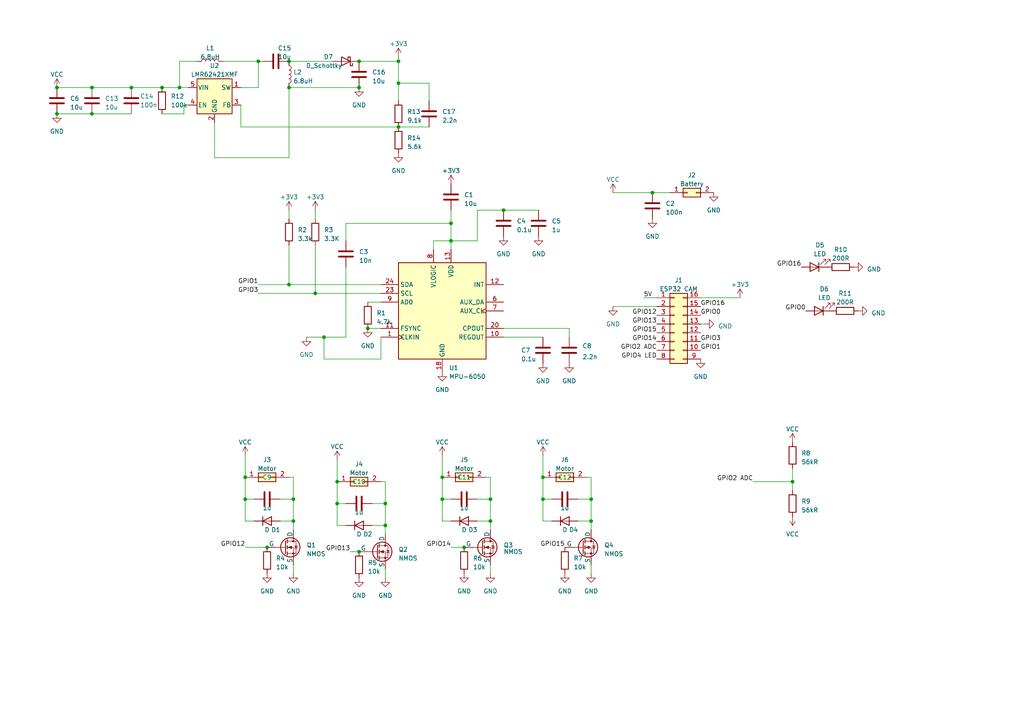
<source format=kicad_sch>
(kicad_sch (version 20230121) (generator eeschema)
  (paper "A4")
  (lib_symbols
    (symbol "Connector_Generic:Conn_02x01" (pin_names (offset 1.016) hide)
      (property "Reference" "J" (at 1.27 2.54 0))
      (property "Value" "Conn_02x01" (at 1.27 -2.54 0))
      (symbol "Conn_02x01_1_1"
        (rectangle (start -1.27 0.127) (end 0 -0.127) (stroke (width 0.1524)))
        (rectangle (start -1.27 1.27) (end 3.81 -1.27) (stroke (width 0.254)) (fill (type background)))
        (rectangle (start 3.81 0.127) (end 2.54 -0.127) (stroke (width 0.1524)))
        (pin passive line (at -5.08 0 0) (length 3.81) (name "Pin_1") (number "1"))
        (pin passive line (at 7.62 0 180) (length 3.81) (name "Pin_2") (number "2"))
      )
    )
    (symbol "Connector_Generic:Conn_02x08_Counter_Clockwise" (pin_names (offset 1.016) hide)
      (property "Reference" "J" (at 1.27 10.16 0))
      (property "Value" "Conn_02x08_Counter_Clockwise" (at 1.27 -12.7 0))
      (symbol "Conn_02x08_Counter_Clockwise_1_1"
        (rectangle (start -1.27 -10.033) (end 0 -10.287) (stroke (width 0.1524)))
        (rectangle (start -1.27 -7.493) (end 0 -7.747) (stroke (width 0.1524)))
        (rectangle (start -1.27 -4.953) (end 0 -5.207) (stroke (width 0.1524)))
        (rectangle (start -1.27 -2.413) (end 0 -2.667) (stroke (width 0.1524)))
        (rectangle (start -1.27 0.127) (end 0 -0.127) (stroke (width 0.1524)))
        (rectangle (start -1.27 2.667) (end 0 2.413) (stroke (width 0.1524)))
        (rectangle (start -1.27 5.207) (end 0 4.953) (stroke (width 0.1524)))
        (rectangle (start -1.27 7.747) (end 0 7.493) (stroke (width 0.1524)))
        (rectangle (start -1.27 8.89) (end 3.81 -11.43) (stroke (width 0.254)) (fill (type background)))
        (rectangle (start 3.81 -10.033) (end 2.54 -10.287) (stroke (width 0.1524)))
        (rectangle (start 3.81 -7.493) (end 2.54 -7.747) (stroke (width 0.1524)))
        (rectangle (start 3.81 -4.953) (end 2.54 -5.207) (stroke (width 0.1524)))
        (rectangle (start 3.81 -2.413) (end 2.54 -2.667) (stroke (width 0.1524)))
        (rectangle (start 3.81 0.127) (end 2.54 -0.127) (stroke (width 0.1524)))
        (rectangle (start 3.81 2.667) (end 2.54 2.413) (stroke (width 0.1524)))
        (rectangle (start 3.81 5.207) (end 2.54 4.953) (stroke (width 0.1524)))
        (rectangle (start 3.81 7.747) (end 2.54 7.493) (stroke (width 0.1524)))
        (pin passive line (at -5.08 7.62 0) (length 3.81) (name "Pin_1") (number "1"))
        (pin passive line (at 7.62 -7.62 180) (length 3.81) (name "Pin_10") (number "10"))
        (pin passive line (at 7.62 -5.08 180) (length 3.81) (name "Pin_11") (number "11"))
        (pin passive line (at 7.62 -2.54 180) (length 3.81) (name "Pin_12") (number "12"))
        (pin passive line (at 7.62 0 180) (length 3.81) (name "Pin_13") (number "13"))
        (pin passive line (at 7.62 2.54 180) (length 3.81) (name "Pin_14") (number "14"))
        (pin passive line (at 7.62 5.08 180) (length 3.81) (name "Pin_15") (number "15"))
        (pin passive line (at 7.62 7.62 180) (length 3.81) (name "Pin_16") (number "16"))
        (pin passive line (at -5.08 5.08 0) (length 3.81) (name "Pin_2") (number "2"))
        (pin passive line (at -5.08 2.54 0) (length 3.81) (name "Pin_3") (number "3"))
        (pin passive line (at -5.08 0 0) (length 3.81) (name "Pin_4") (number "4"))
        (pin passive line (at -5.08 -2.54 0) (length 3.81) (name "Pin_5") (number "5"))
        (pin passive line (at -5.08 -5.08 0) (length 3.81) (name "Pin_6") (number "6"))
        (pin passive line (at -5.08 -7.62 0) (length 3.81) (name "Pin_7") (number "7"))
        (pin passive line (at -5.08 -10.16 0) (length 3.81) (name "Pin_8") (number "8"))
        (pin passive line (at 7.62 -10.16 180) (length 3.81) (name "Pin_9") (number "9"))
      )
    )
    (symbol "Device:C" (pin_numbers hide) (pin_names (offset 0.254))
      (property "Reference" "C" (at 0.635 2.54 0))
      (property "Value" "C" (at 0.635 -2.54 0))
      (symbol "C_0_1"
        (polyline (pts (xy -2.032 -0.762) (xy 2.032 -0.762)) (stroke (width 0.508)))
        (polyline (pts (xy -2.032 0.762) (xy 2.032 0.762)) (stroke (width 0.508)))
      )
      (symbol "C_1_1"
        (pin passive line (at 0 3.81 270) (length 2.794) (name "~") (number "1"))
        (pin passive line (at 0 -3.81 90) (length 2.794) (name "~") (number "2"))
      )
    )
    (symbol "Device:D" (pin_numbers hide) (pin_names (offset 1.016) hide)
      (property "Reference" "D" (at 0 2.54 0))
      (property "Value" "D" (at 0 -2.54 0))
      (symbol "D_0_1"
        (polyline (pts (xy -1.27 1.27) (xy -1.27 -1.27)) (stroke (width 0.254)))
        (polyline (pts (xy 1.27 0) (xy -1.27 0)))
        (polyline (pts (xy 1.27 1.27) (xy 1.27 -1.27) (xy -1.27 0) (xy 1.27 1.27)) (stroke (width 0.254)))
      )
      (symbol "D_1_1"
        (pin passive line (at -3.81 0 0) (length 2.54) (name "K") (number "1"))
        (pin passive line (at 3.81 0 180) (length 2.54) (name "A") (number "2"))
      )
    )
    (symbol "Device:D_Schottky" (pin_numbers hide) (pin_names (offset 1.016) hide)
      (property "Reference" "D" (at 0 2.54 0))
      (property "Value" "D_Schottky" (at 0 -2.54 0))
      (symbol "D_Schottky_0_1"
        (polyline (pts (xy 1.27 0) (xy -1.27 0)))
        (polyline (pts (xy 1.27 1.27) (xy 1.27 -1.27) (xy -1.27 0) (xy 1.27 1.27)) (stroke (width 0.254)))
        (polyline (pts (xy -1.905 0.635) (xy -1.905 1.27) (xy -1.27 1.27) (xy -1.27 -1.27) (xy -0.635 -1.27) (xy -0.635 -0.635)) (stroke (width 0.254)))
      )
      (symbol "D_Schottky_1_1"
        (pin passive line (at -3.81 0 0) (length 2.54) (name "K") (number "1"))
        (pin passive line (at 3.81 0 180) (length 2.54) (name "A") (number "2"))
      )
    )
    (symbol "Device:L" (pin_numbers hide) (pin_names (offset 1.016) hide)
      (property "Reference" "L" (at -1.27 0 90))
      (property "Value" "L" (at 1.905 0 90))
      (symbol "L_0_1"
        (arc (start 0 -2.54) (mid 0.6323 -1.905) (end 0 -1.27))
        (arc (start 0 -1.27) (mid 0.6323 -0.635) (end 0 0))
        (arc (start 0 0) (mid 0.6323 0.635) (end 0 1.27))
        (arc (start 0 1.27) (mid 0.6323 1.905) (end 0 2.54))
      )
      (symbol "L_1_1"
        (pin passive line (at 0 3.81 270) (length 1.27) (name "1") (number "1"))
        (pin passive line (at 0 -3.81 90) (length 1.27) (name "2") (number "2"))
      )
    )
    (symbol "Device:LED" (pin_numbers hide) (pin_names (offset 1.016) hide)
      (property "Reference" "D" (at 0 2.54 0))
      (property "Value" "LED" (at 0 -2.54 0))
      (symbol "LED_0_1"
        (polyline (pts (xy -1.27 -1.27) (xy -1.27 1.27)) (stroke (width 0.254)))
        (polyline (pts (xy -1.27 0) (xy 1.27 0)))
        (polyline (pts (xy 1.27 -1.27) (xy 1.27 1.27) (xy -1.27 0) (xy 1.27 -1.27)) (stroke (width 0.254)))
        (polyline (pts (xy -3.048 -0.762) (xy -4.572 -2.286) (xy -3.81 -2.286) (xy -4.572 -2.286) (xy -4.572 -1.524)))
        (polyline (pts (xy -1.778 -0.762) (xy -3.302 -2.286) (xy -2.54 -2.286) (xy -3.302 -2.286) (xy -3.302 -1.524)))
      )
      (symbol "LED_1_1"
        (pin passive line (at -3.81 0 0) (length 2.54) (name "K") (number "1"))
        (pin passive line (at 3.81 0 180) (length 2.54) (name "A") (number "2"))
      )
    )
    (symbol "Device:R" (pin_numbers hide) (pin_names (offset 0))
      (property "Reference" "R" (at 2.032 0 90))
      (property "Value" "R" (at 0 0 90))
      (symbol "R_0_1"
        (rectangle (start -1.016 -2.54) (end 1.016 2.54) (stroke (width 0.254)))
      )
      (symbol "R_1_1"
        (pin passive line (at 0 3.81 270) (length 1.27) (name "~") (number "1"))
        (pin passive line (at 0 -3.81 90) (length 1.27) (name "~") (number "2"))
      )
    )
    (symbol "Regulator_Switching:LMR62421XMF" (pin_names (offset 0.254))
      (property "Reference" "U" (at -5.08 6.35 0))
      (property "Value" "LMR62421XMF" (at 0 6.35 0))
      (symbol "LMR62421XMF_0_1"
        (rectangle (start -5.08 5.08) (end 5.08 -5.08) (stroke (width 0.254)) (fill (type background)))
      )
      (symbol "LMR62421XMF_1_1"
        (pin output line (at 7.62 2.54 180) (length 2.54) (name "SW") (number "1"))
        (pin power_in line (at 0 -7.62 90) (length 2.54) (name "GND") (number "2"))
        (pin input line (at 7.62 -2.54 180) (length 2.54) (name "FB") (number "3"))
        (pin input line (at -7.62 -2.54 0) (length 2.54) (name "EN") (number "4"))
        (pin input line (at -7.62 2.54 0) (length 2.54) (name "VIN") (number "5"))
      )
    )
    (symbol "Sensor_Motion:MPU-6050"
      (property "Reference" "U" (at -11.43 13.97 0))
      (property "Value" "MPU-6050" (at 7.62 -15.24 0))
      (symbol "MPU-6050_0_0"
        (text "" (at 12.7 -2.54 0) (effects (font (size 1.27 1.27))))
      )
      (symbol "MPU-6050_0_1"
        (rectangle (start -12.7 13.97) (end 12.7 -13.97) (stroke (width 0.254)) (fill (type background)))
      )
      (symbol "MPU-6050_1_1"
        (pin input clock (at -17.78 -7.62 0) (length 5.08) (name "CLKIN") (number "1"))
        (pin passive line (at 17.78 -7.62 180) (length 5.08) (name "REGOUT") (number "10"))
        (pin input line (at -17.78 -5.08 0) (length 5.08) (name "FSYNC") (number "11"))
        (pin output line (at 17.78 7.62 180) (length 5.08) (name "INT") (number "12"))
        (pin power_in line (at 2.54 17.78 270) (length 3.81) (name "VDD") (number "13"))
        (pin no_connect line (at -12.7 -10.16 0) (length 2.54) hide (name "NC") (number "14"))
        (pin no_connect line (at 12.7 12.7 180) (length 2.54) hide (name "NC") (number "15"))
        (pin no_connect line (at 12.7 10.16 180) (length 2.54) hide (name "NC") (number "16"))
        (pin no_connect line (at 12.7 5.08 180) (length 2.54) hide (name "NC") (number "17"))
        (pin power_in line (at 0 -17.78 90) (length 3.81) (name "GND") (number "18"))
        (pin no_connect line (at 12.7 -10.16 180) (length 2.54) hide (name "RESV") (number "19"))
        (pin no_connect line (at -12.7 12.7 0) (length 2.54) hide (name "NC") (number "2"))
        (pin passive line (at 17.78 -5.08 180) (length 5.08) (name "CPOUT") (number "20"))
        (pin no_connect line (at 12.7 -2.54 180) (length 2.54) hide (name "RESV") (number "21"))
        (pin no_connect line (at 12.7 -12.7 180) (length 2.54) hide (name "RESV") (number "22"))
        (pin input line (at -17.78 5.08 0) (length 5.08) (name "SCL") (number "23"))
        (pin bidirectional line (at -17.78 7.62 0) (length 5.08) (name "SDA") (number "24"))
        (pin no_connect line (at -12.7 10.16 0) (length 2.54) hide (name "NC") (number "3"))
        (pin no_connect line (at -12.7 0 0) (length 2.54) hide (name "NC") (number "4"))
        (pin no_connect line (at -12.7 -2.54 0) (length 2.54) hide (name "NC") (number "5"))
        (pin bidirectional line (at 17.78 2.54 180) (length 5.08) (name "AUX_DA") (number "6"))
        (pin output clock (at 17.78 0 180) (length 5.08) (name "AUX_CL") (number "7"))
        (pin power_in line (at -2.54 17.78 270) (length 3.81) (name "VLOGIC") (number "8"))
        (pin input line (at -17.78 2.54 0) (length 5.08) (name "AD0") (number "9"))
      )
    )
    (symbol "Simulation_SPICE:NMOS" (pin_numbers hide) (pin_names (offset 0))
      (property "Reference" "Q" (at 5.08 1.27 0))
      (property "Value" "NMOS" (at 5.08 -1.27 0))
      (symbol "NMOS_0_1"
        (polyline (pts (xy 0.254 0) (xy -2.54 0)))
        (polyline (pts (xy 0.254 1.905) (xy 0.254 -1.905)) (stroke (width 0.254)))
        (polyline (pts (xy 0.762 -1.27) (xy 0.762 -2.286)) (stroke (width 0.254)))
        (polyline (pts (xy 0.762 0.508) (xy 0.762 -0.508)) (stroke (width 0.254)))
        (polyline (pts (xy 0.762 2.286) (xy 0.762 1.27)) (stroke (width 0.254)))
        (polyline (pts (xy 2.54 2.54) (xy 2.54 1.778)))
        (polyline (pts (xy 2.54 -2.54) (xy 2.54 0) (xy 0.762 0)))
        (polyline (pts (xy 0.762 -1.778) (xy 3.302 -1.778) (xy 3.302 1.778) (xy 0.762 1.778)))
        (polyline (pts (xy 1.016 0) (xy 2.032 0.381) (xy 2.032 -0.381) (xy 1.016 0)) (fill (type outline)))
        (polyline (pts (xy 2.794 0.508) (xy 2.921 0.381) (xy 3.683 0.381) (xy 3.81 0.254)))
        (polyline (pts (xy 3.302 0.381) (xy 2.921 -0.254) (xy 3.683 -0.254) (xy 3.302 0.381)))
        (circle (center 1.651 0) (radius 2.794) (stroke (width 0.254)))
        (circle (center 2.54 -1.778) (radius 0.254) (fill (type outline)))
        (circle (center 2.54 1.778) (radius 0.254) (fill (type outline)))
      )
      (symbol "NMOS_1_1"
        (pin passive line (at 2.54 5.08 270) (length 2.54) (name "D") (number "1"))
        (pin input line (at -5.08 0 0) (length 2.54) (name "G") (number "2"))
        (pin passive line (at 2.54 -5.08 90) (length 2.54) (name "S") (number "3"))
      )
    )
    (symbol "power:+3V3" (power) (pin_names (offset 0))
      (property "Value" "+3V3" (at 0 3.556 0))
      (symbol "+3V3_0_1"
        (polyline (pts (xy -0.762 1.27) (xy 0 2.54)))
        (polyline (pts (xy 0 0) (xy 0 2.54)))
        (polyline (pts (xy 0 2.54) (xy 0.762 1.27)))
      )
      (symbol "+3V3_1_1"
        (pin power_in line (at 0 0 90) (length 0) hide (name "+3V3") (number "1"))
      )
    )
    (symbol "power:GND" (power) (pin_names (offset 0))
      (property "Value" "GND" (at 0 -3.81 0))
      (symbol "GND_0_1"
        (polyline (pts (xy 0 0) (xy 0 -1.27) (xy 1.27 -1.27) (xy 0 -2.54) (xy -1.27 -1.27) (xy 0 -1.27)))
      )
      (symbol "GND_1_1"
        (pin power_in line (at 0 0 270) (length 0) hide (name "GND") (number "1"))
      )
    )
    (symbol "power:VCC" (power) (pin_names (offset 0))
      (property "Value" "VCC" (at 0 3.81 0))
      (symbol "VCC_0_1"
        (polyline (pts (xy -0.762 1.27) (xy 0 2.54)))
        (polyline (pts (xy 0 0) (xy 0 2.54)))
        (polyline (pts (xy 0 2.54) (xy 0.762 1.27)))
      )
      (symbol "VCC_1_1"
        (pin power_in line (at 0 0 90) (length 0) hide (name "VCC") (number "1"))
      )
    )
  )
  (junction (at 189.23 55.88))
  (junction (at 71.12 144.78))
  (junction (at 115.57 24.13))
  (junction (at 91.44 85.09))
  (junction (at 46.99 25.4))
  (junction (at 83.82 25.4))
  (junction (at 157.48 138.43))
  (junction (at 146.05 60.96))
  (junction (at 142.24 144.78))
  (junction (at 85.09 151.13))
  (junction (at 130.81 64.77))
  (junction (at 134.62 158.75))
  (junction (at 74.93 17.78))
  (junction (at 85.09 144.78))
  (junction (at 111.76 146.05))
  (junction (at 115.57 36.83))
  (junction (at 26.67 25.4))
  (junction (at 142.24 151.13))
  (junction (at 16.51 33.02))
  (junction (at 97.79 146.05))
  (junction (at 83.82 17.78))
  (junction (at 104.14 160.02))
  (junction (at 93.98 97.79))
  (junction (at 106.68 95.25))
  (junction (at 130.81 69.85))
  (junction (at 16.51 25.4))
  (junction (at 111.76 152.4))
  (junction (at 77.47 158.75))
  (junction (at 128.27 138.43))
  (junction (at 38.1 25.4))
  (junction (at 71.12 138.43))
  (junction (at 115.57 17.78))
  (junction (at 128.27 144.78))
  (junction (at 52.07 25.4))
  (junction (at 171.45 144.78))
  (junction (at 83.82 82.55))
  (junction (at 104.14 25.4))
  (junction (at 97.79 139.7))
  (junction (at 104.14 17.78))
  (junction (at 171.45 151.13))
  (junction (at 229.87 139.7))
  (junction (at 157.48 144.78))
  (junction (at 26.67 33.02))
  (wire (pts (xy 73.66 144.78) (xy 71.12 144.78)))
  (wire (pts (xy 189.23 55.88) (xy 194.31 55.88)))
  (wire (pts (xy 107.95 146.05) (xy 111.76 146.05)))
  (wire (pts (xy 83.82 82.55) (xy 110.49 82.55)))
  (wire (pts (xy 93.98 104.14) (xy 93.98 97.79)))
  (wire (pts (xy 57.15 17.78) (xy 52.07 17.78)))
  (wire (pts (xy 142.24 151.13) (xy 142.24 144.78)))
  (wire (pts (xy 160.02 151.13) (xy 157.48 151.13)))
  (wire (pts (xy 165.1 95.25) (xy 146.05 95.25)))
  (wire (pts (xy 111.76 146.05) (xy 111.76 139.7)))
  (wire (pts (xy 26.67 33.02) (xy 38.1 33.02)))
  (wire (pts (xy 125.73 72.39) (xy 125.73 69.85)))
  (wire (pts (xy 107.95 152.4) (xy 111.76 152.4)))
  (wire (pts (xy 97.79 146.05) (xy 97.79 139.7)))
  (wire (pts (xy 111.76 167.64) (xy 111.76 165.1)))
  (wire (pts (xy 16.51 33.02) (xy 26.67 33.02)))
  (wire (pts (xy 110.49 104.14) (xy 93.98 104.14)))
  (wire (pts (xy 71.12 151.13) (xy 71.12 144.78)))
  (wire (pts (xy 53.34 33.02) (xy 46.99 33.02)))
  (wire (pts (xy 171.45 153.67) (xy 171.45 151.13)))
  (wire (pts (xy 52.07 17.78) (xy 52.07 25.4)))
  (wire (pts (xy 138.43 144.78) (xy 142.24 144.78)))
  (wire (pts (xy 46.99 25.4) (xy 52.07 25.4)))
  (wire (pts (xy 214.63 86.36) (xy 203.2 86.36)))
  (wire (pts (xy 171.45 151.13) (xy 171.45 144.78)))
  (wire (pts (xy 100.33 146.05) (xy 97.79 146.05)))
  (wire (pts (xy 157.48 132.08) (xy 157.48 138.43)))
  (wire (pts (xy 186.69 86.36) (xy 190.5 86.36)))
  (wire (pts (xy 81.28 151.13) (xy 85.09 151.13)))
  (wire (pts (xy 229.87 135.89) (xy 229.87 139.7)))
  (wire (pts (xy 83.82 25.4) (xy 83.82 45.72)))
  (wire (pts (xy 111.76 154.94) (xy 111.76 152.4)))
  (wire (pts (xy 83.82 17.78) (xy 96.52 17.78)))
  (wire (pts (xy 74.93 82.55) (xy 83.82 82.55)))
  (wire (pts (xy 130.81 144.78) (xy 128.27 144.78)))
  (wire (pts (xy 111.76 139.7) (xy 110.49 139.7)))
  (wire (pts (xy 62.23 45.72) (xy 62.23 35.56)))
  (wire (pts (xy 100.33 97.79) (xy 93.98 97.79)))
  (wire (pts (xy 130.81 151.13) (xy 128.27 151.13)))
  (wire (pts (xy 100.33 77.47) (xy 100.33 97.79)))
  (wire (pts (xy 83.82 63.5) (xy 83.82 60.96)))
  (wire (pts (xy 85.09 166.37) (xy 85.09 163.83)))
  (wire (pts (xy 142.24 166.37) (xy 142.24 163.83)))
  (wire (pts (xy 115.57 17.78) (xy 115.57 24.13)))
  (wire (pts (xy 106.68 95.25) (xy 110.49 95.25)))
  (wire (pts (xy 171.45 144.78) (xy 171.45 138.43)))
  (wire (pts (xy 177.8 55.88) (xy 189.23 55.88)))
  (wire (pts (xy 218.44 139.7) (xy 229.87 139.7)))
  (wire (pts (xy 130.81 60.96) (xy 130.81 64.77)))
  (wire (pts (xy 91.44 60.96) (xy 91.44 63.5)))
  (wire (pts (xy 130.81 69.85) (xy 130.81 72.39)))
  (wire (pts (xy 110.49 104.14) (xy 110.49 97.79)))
  (wire (pts (xy 100.33 152.4) (xy 97.79 152.4)))
  (wire (pts (xy 26.67 25.4) (xy 38.1 25.4)))
  (wire (pts (xy 138.43 151.13) (xy 142.24 151.13)))
  (wire (pts (xy 97.79 133.35) (xy 97.79 139.7)))
  (wire (pts (xy 52.07 25.4) (xy 54.61 25.4)))
  (wire (pts (xy 171.45 138.43) (xy 170.18 138.43)))
  (wire (pts (xy 142.24 138.43) (xy 140.97 138.43)))
  (wire (pts (xy 115.57 36.83) (xy 69.85 36.83)))
  (wire (pts (xy 115.57 36.83) (xy 124.46 36.83)))
  (wire (pts (xy 106.68 87.63) (xy 110.49 87.63)))
  (wire (pts (xy 16.51 25.4) (xy 26.67 25.4)))
  (wire (pts (xy 97.79 152.4) (xy 97.79 146.05)))
  (wire (pts (xy 115.57 17.78) (xy 115.57 16.51)))
  (wire (pts (xy 69.85 36.83) (xy 69.85 30.48)))
  (wire (pts (xy 101.6 160.02) (xy 104.14 160.02)))
  (wire (pts (xy 74.93 17.78) (xy 74.93 25.4)))
  (wire (pts (xy 138.43 69.85) (xy 138.43 60.96)))
  (wire (pts (xy 83.82 71.12) (xy 83.82 82.55)))
  (wire (pts (xy 73.66 151.13) (xy 71.12 151.13)))
  (wire (pts (xy 69.85 25.4) (xy 74.93 25.4)))
  (wire (pts (xy 85.09 151.13) (xy 85.09 144.78)))
  (wire (pts (xy 128.27 151.13) (xy 128.27 144.78)))
  (wire (pts (xy 130.81 69.85) (xy 138.43 69.85)))
  (wire (pts (xy 54.61 30.48) (xy 53.34 30.48)))
  (wire (pts (xy 171.45 166.37) (xy 171.45 163.83)))
  (wire (pts (xy 71.12 132.08) (xy 71.12 138.43)))
  (wire (pts (xy 64.77 17.78) (xy 74.93 17.78)))
  (wire (pts (xy 74.93 85.09) (xy 91.44 85.09)))
  (wire (pts (xy 111.76 152.4) (xy 111.76 146.05)))
  (wire (pts (xy 157.48 151.13) (xy 157.48 144.78)))
  (wire (pts (xy 125.73 69.85) (xy 130.81 69.85)))
  (wire (pts (xy 165.1 97.79) (xy 165.1 95.25)))
  (wire (pts (xy 85.09 144.78) (xy 85.09 138.43)))
  (wire (pts (xy 160.02 144.78) (xy 157.48 144.78)))
  (wire (pts (xy 100.33 69.85) (xy 100.33 64.77)))
  (wire (pts (xy 53.34 30.48) (xy 53.34 33.02)))
  (wire (pts (xy 115.57 24.13) (xy 115.57 29.21)))
  (wire (pts (xy 229.87 142.24) (xy 229.87 139.7)))
  (wire (pts (xy 104.14 17.78) (xy 115.57 17.78)))
  (wire (pts (xy 130.81 64.77) (xy 130.81 69.85)))
  (wire (pts (xy 71.12 158.75) (xy 77.47 158.75)))
  (wire (pts (xy 83.82 45.72) (xy 62.23 45.72)))
  (wire (pts (xy 128.27 132.08) (xy 128.27 138.43)))
  (wire (pts (xy 146.05 60.96) (xy 156.21 60.96)))
  (wire (pts (xy 91.44 85.09) (xy 110.49 85.09)))
  (wire (pts (xy 85.09 153.67) (xy 85.09 151.13)))
  (wire (pts (xy 71.12 144.78) (xy 71.12 138.43)))
  (wire (pts (xy 167.64 144.78) (xy 171.45 144.78)))
  (wire (pts (xy 128.27 144.78) (xy 128.27 138.43)))
  (wire (pts (xy 124.46 24.13) (xy 124.46 29.21)))
  (wire (pts (xy 81.28 144.78) (xy 85.09 144.78)))
  (wire (pts (xy 83.82 25.4) (xy 104.14 25.4)))
  (wire (pts (xy 38.1 25.4) (xy 46.99 25.4)))
  (wire (pts (xy 130.81 158.75) (xy 134.62 158.75)))
  (wire (pts (xy 167.64 151.13) (xy 171.45 151.13)))
  (wire (pts (xy 157.48 97.79) (xy 146.05 97.79)))
  (wire (pts (xy 76.2 17.78) (xy 74.93 17.78)))
  (wire (pts (xy 142.24 153.67) (xy 142.24 151.13)))
  (wire (pts (xy 204.47 93.98) (xy 203.2 93.98)))
  (wire (pts (xy 100.33 64.77) (xy 130.81 64.77)))
  (wire (pts (xy 91.44 71.12) (xy 91.44 85.09)))
  (wire (pts (xy 88.9 97.79) (xy 93.98 97.79)))
  (wire (pts (xy 85.09 138.43) (xy 83.82 138.43)))
  (wire (pts (xy 115.57 24.13) (xy 124.46 24.13)))
  (wire (pts (xy 177.8 88.9) (xy 190.5 88.9)))
  (wire (pts (xy 138.43 60.96) (xy 146.05 60.96)))
  (wire (pts (xy 157.48 144.78) (xy 157.48 138.43)))
  (wire (pts (xy 142.24 144.78) (xy 142.24 138.43)))
  (label "GPIO12" (at 190.5 91.44 180))
  (label "5V" (at 186.69 86.36 0))
  (label "GPIO15" (at 163.83 158.75 180))
  (label "GPIO16" (at 203.2 88.9 0))
  (label "GPIO16" (at 232.41 77.47 180))
  (label "GPIO14" (at 190.5 99.06 180))
  (label "GPIO0" (at 203.2 91.44 0))
  (label "GPIO14" (at 130.81 158.75 180))
  (label "GPIO3" (at 74.93 85.09 180))
  (label "GPIO3" (at 203.2 99.06 0))
  (label "GPIO13" (at 190.5 93.98 180))
  (label "GPIO4 LED" (at 190.5 104.14 180))
  (label "GPIO1" (at 74.93 82.55 180))
  (label "GPIO13" (at 101.6 160.02 180))
  (label "GPIO1" (at 203.2 101.6 0))
  (label "GPIO15" (at 190.5 96.52 180))
  (label "GPIO12" (at 71.12 158.75 180))
  (label "GPIO2 ADC" (at 190.5 101.6 180))
  (label "GPIO0" (at 233.68 90.17 180))
  (label "GPIO2 ADC" (at 218.44 139.7 180))
  (symbol (lib_id "Device:C") (at 100.33 73.66 0) (unit 1)
    (property "Reference" "C3" (at 104.14 73.025 0) (effects (justify left)))
    (property "Value" "10n" (at 104.14 75.565 0) (effects (justify left)))
    (property "Footprint" "Capacitor_SMD:C_0805_2012Metric_Pad1.18x1.45mm_HandSolder" (effects hide))
  )
  (symbol (lib_id "Regulator_Switching:LMR62421XMF") (at 62.23 27.94 0) (unit 1)
    (property "Reference" "U2" (at 62.23 19.05 0))
    (property "Value" "LMR62421XMF" (at 62.23 21.59 0))
    (property "Footprint" "Package_TO_SOT_SMD:SOT-23-5" (effects hide))
    (property "Datasheet" "http://www.ti.com/lit/ds/symlink/lmr62421.pdf" (effects hide))
  )
  (symbol (lib_id "power:GND") (at 106.68 95.25 0) (unit 1)
    (property "Reference" "#PWR013" (effects hide))
    (property "Value" "GND" (at 106.68 100.33 0))
  )
  (symbol (lib_id "Device:R") (at 115.57 33.02 0) (unit 1)
    (property "Reference" "R13" (at 118.11 32.385 0) (effects (justify left)))
    (property "Value" "9.1k" (at 118.11 34.925 0) (effects (justify left)))
    (property "Footprint" "Resistor_SMD:R_0805_2012Metric_Pad1.20x1.40mm_HandSolder" (effects hide))
  )
  (symbol (lib_id "Device:R") (at 106.68 91.44 0) (unit 1)
    (property "Reference" "R1" (at 109.22 90.805 0) (effects (justify left)))
    (property "Value" "4.7k" (at 109.22 93.345 0) (effects (justify left)))
    (property "Footprint" "Resistor_SMD:R_0805_2012Metric_Pad1.20x1.40mm_HandSolder" (effects hide))
  )
  (symbol (lib_id "power:+3V3") (at 91.44 60.96 0) (unit 1)
    (property "Reference" "#PWR015" (effects hide))
    (property "Value" "+3V3" (at 91.44 57.15 0))
  )
  (symbol (lib_id "power:GND") (at 189.23 63.5 0) (unit 1)
    (property "Reference" "#PWR04" (effects hide))
    (property "Value" "GND" (at 189.23 68.58 0))
  )
  (symbol (lib_id "power:GND") (at 146.05 68.58 0) (unit 1)
    (property "Reference" "#PWR010" (effects hide))
    (property "Value" "GND" (at 146.05 73.66 0))
  )
  (symbol (lib_id "Device:R") (at 77.47 162.56 0) (unit 1)
    (property "Reference" "R4" (at 80.01 161.925 0) (effects (justify left)))
    (property "Value" "10k" (at 80.01 164.465 0) (effects (justify left)))
    (property "Footprint" "Resistor_SMD:R_0805_2012Metric_Pad1.20x1.40mm_HandSolder" (effects hide))
  )
  (symbol (lib_id "power:GND") (at 128.27 107.95 0) (unit 1)
    (property "Reference" "#PWR018" (effects hide))
    (property "Value" "GND" (at 128.27 113.03 0))
  )
  (symbol (lib_id "Device:R") (at 115.57 40.64 0) (unit 1)
    (property "Reference" "R14" (at 118.11 40.005 0) (effects (justify left)))
    (property "Value" "5.6k" (at 118.11 42.545 0) (effects (justify left)))
    (property "Footprint" "Resistor_SMD:R_0805_2012Metric_Pad1.20x1.40mm_HandSolder" (effects hide))
  )
  (symbol (lib_id "Device:D") (at 163.83 151.13 0) (unit 1)
    (property "Reference" "D4" (at 166.37 153.67 0))
    (property "Value" "D" (at 163.83 153.67 0))
    (property "Footprint" "Diode_SMD:D_SMA" (effects hide))
    (property "Sim.Device" "D" (effects hide))
    (property "Sim.Pins" "1=K 2=A" (effects hide))
  )
  (symbol (lib_id "power:GND") (at 104.14 167.64 0) (unit 1)
    (property "Reference" "#PWR023" (effects hide))
    (property "Value" "GND" (at 104.14 172.72 0))
  )
  (symbol (lib_id "power:GND") (at 77.47 166.37 0) (unit 1)
    (property "Reference" "#PWR021" (effects hide))
    (property "Value" "GND" (at 77.47 171.45 0))
  )
  (symbol (lib_id "Device:D") (at 134.62 151.13 0) (unit 1)
    (property "Reference" "D3" (at 137.16 153.67 0))
    (property "Value" "D" (at 134.62 153.67 0))
    (property "Footprint" "Diode_SMD:D_SMA" (effects hide))
    (property "Sim.Device" "D" (effects hide))
    (property "Sim.Pins" "1=K 2=A" (effects hide))
  )
  (symbol (lib_id "Device:C") (at 80.01 17.78 270) (unit 1)
    (property "Reference" "C15" (at 82.55 13.97 90))
    (property "Value" "10u" (at 82.55 16.51 90))
    (property "Footprint" "Capacitor_SMD:C_1206_3216Metric_Pad1.33x1.80mm_HandSolder" (effects hide))
  )
  (symbol (lib_id "power:+3V3") (at 83.82 60.96 0) (unit 1)
    (property "Reference" "#PWR014" (effects hide))
    (property "Value" "+3V3" (at 83.82 57.15 0))
  )
  (symbol (lib_id "power:GND") (at 88.9 97.79 0) (unit 1)
    (property "Reference" "#PWR012" (effects hide))
    (property "Value" "GND" (at 88.9 102.87 0))
  )
  (symbol (lib_id "Device:C") (at 157.48 101.6 0) (unit 1)
    (property "Reference" "C7" (at 151.13 101.6 0) (effects (justify left)))
    (property "Value" "0.1u" (at 151.13 104.14 0) (effects (justify left)))
    (property "Footprint" "Capacitor_SMD:C_0805_2012Metric_Pad1.18x1.45mm_HandSolder" (effects hide))
  )
  (symbol (lib_id "Device:C") (at 189.23 59.69 0) (unit 1)
    (property "Reference" "C2" (at 193.04 59.055 0) (effects (justify left)))
    (property "Value" "100n" (at 193.04 61.595 0) (effects (justify left)))
    (property "Footprint" "Capacitor_SMD:C_0805_2012Metric_Pad1.18x1.45mm_HandSolder" (effects hide))
  )
  (symbol (lib_id "power:GND") (at 157.48 105.41 0) (unit 1)
    (property "Reference" "#PWR016" (effects hide))
    (property "Value" "GND" (at 157.48 110.49 0))
  )
  (symbol (lib_id "power:GND") (at 111.76 167.64 0) (unit 1)
    (property "Reference" "#PWR024" (effects hide))
    (property "Value" "GND" (at 111.76 172.72 0))
  )
  (symbol (lib_id "power:GND") (at 203.2 104.14 0) (unit 1)
    (property "Reference" "#PWR05" (effects hide))
    (property "Value" "GND" (at 203.2 109.22 0))
  )
  (symbol (lib_id "power:GND") (at 115.57 44.45 0) (unit 1)
    (property "Reference" "#PWR039" (effects hide))
    (property "Value" "GND" (at 115.57 49.53 0))
  )
  (symbol (lib_id "Device:R") (at 83.82 67.31 0) (unit 1)
    (property "Reference" "R2" (at 86.36 66.675 0) (effects (justify left)))
    (property "Value" "3.3k" (at 86.36 69.215 0) (effects (justify left)))
    (property "Footprint" "Resistor_SMD:R_0805_2012Metric_Pad1.20x1.40mm_HandSolder" (effects hide))
  )
  (symbol (lib_id "Device:C") (at 163.83 144.78 90) (unit 1)
    (property "Reference" "C12" (at 163.83 138.43 90))
    (property "Value" "1u" (at 163.83 147.32 90))
    (property "Footprint" "Capacitor_SMD:C_0805_2012Metric_Pad1.18x1.45mm_HandSolder" (effects hide))
  )
  (symbol (lib_id "power:VCC") (at 157.48 132.08 0) (unit 1)
    (property "Reference" "#PWR028" (effects hide))
    (property "Value" "VBAT" (at 157.48 128.27 0))
  )
  (symbol (lib_id "power:+3V3") (at 115.57 16.51 0) (unit 1)
    (property "Reference" "#PWR038" (effects hide))
    (property "Value" "+3V3" (at 115.57 12.7 0))
  )
  (symbol (lib_id "Device:R") (at 104.14 163.83 0) (unit 1)
    (property "Reference" "R5" (at 106.68 163.195 0) (effects (justify left)))
    (property "Value" "10k" (at 106.68 165.735 0) (effects (justify left)))
    (property "Footprint" "Resistor_SMD:R_0805_2012Metric_Pad1.20x1.40mm_HandSolder" (effects hide))
  )
  (symbol (lib_id "Device:D") (at 77.47 151.13 0) (unit 1)
    (property "Reference" "D1" (at 80.01 153.67 0))
    (property "Value" "D" (at 77.47 153.67 0))
    (property "Footprint" "Diode_SMD:D_SMA" (effects hide))
    (property "Sim.Device" "D" (effects hide))
    (property "Sim.Pins" "1=K 2=A" (effects hide))
  )
  (symbol (lib_id "power:VCC") (at 71.12 132.08 0) (unit 1)
    (property "Reference" "#PWR020" (effects hide))
    (property "Value" "VBAT" (at 71.12 128.27 0))
  )
  (symbol (lib_id "Device:C") (at 130.81 57.15 0) (unit 1)
    (property "Reference" "C1" (at 134.62 56.515 0) (effects (justify left)))
    (property "Value" "10u" (at 134.62 59.055 0) (effects (justify left)))
    (property "Footprint" "Capacitor_SMD:C_1206_3216Metric_Pad1.33x1.80mm_HandSolder" (effects hide))
  )
  (symbol (lib_id "Device:L") (at 83.82 21.59 0) (unit 1)
    (property "Reference" "L2" (at 85.09 20.955 0) (effects (justify left)))
    (property "Value" "6.8uH" (at 85.09 23.495 0) (effects (justify left)))
    (property "Footprint" "Inductor_SMD:L_Murata_LQH55DN_5.7x5.0mm" (effects hide))
  )
  (symbol (lib_id "Device:C") (at 38.1 29.21 0) (unit 1)
    (property "Reference" "C14" (at 40.64 27.94 0) (effects (justify left)))
    (property "Value" "100n" (at 40.64 30.48 0) (effects (justify left)))
    (property "Footprint" "Capacitor_SMD:C_0805_2012Metric_Pad1.18x1.45mm_HandSolder" (effects hide))
  )
  (symbol (lib_id "Device:R") (at 243.84 77.47 270) (unit 1)
    (property "Reference" "R10" (at 243.84 72.39 90))
    (property "Value" "200R" (at 243.84 74.93 90))
    (property "Footprint" "Resistor_SMD:R_0805_2012Metric_Pad1.20x1.40mm_HandSolder" (effects hide))
  )
  (symbol (lib_id "power:GND") (at 248.92 90.17 90) (unit 1)
    (property "Reference" "#PWR033" (effects hide))
    (property "Value" "GND" (at 252.73 90.805 90) (effects (justify right)))
  )
  (symbol (lib_id "power:GND") (at 171.45 166.37 0) (unit 1)
    (property "Reference" "#PWR030" (effects hide))
    (property "Value" "GND" (at 171.45 171.45 0))
  )
  (symbol (lib_id "Device:C") (at 16.51 29.21 0) (unit 1)
    (property "Reference" "C6" (at 20.32 28.575 0) (effects (justify left)))
    (property "Value" "10u" (at 20.32 31.115 0) (effects (justify left)))
    (property "Footprint" "Capacitor_SMD:C_1206_3216Metric_Pad1.33x1.80mm_HandSolder" (effects hide))
  )
  (symbol (lib_id "power:VCC") (at 177.8 55.88 0) (unit 1)
    (property "Reference" "#PWR01" (effects hide))
    (property "Value" "VBAT" (at 177.8 52.07 0))
  )
  (symbol (lib_id "power:VCC") (at 128.27 132.08 0) (unit 1)
    (property "Reference" "#PWR025" (effects hide))
    (property "Value" "VBAT" (at 128.27 128.27 0))
  )
  (symbol (lib_id "power:GND") (at 85.09 166.37 0) (unit 1)
    (property "Reference" "#PWR019" (effects hide))
    (property "Value" "GND" (at 85.09 171.45 0))
  )
  (symbol (lib_id "Device:D_Schottky") (at 100.33 17.78 180) (unit 1)
    (property "Reference" "D7" (at 95.25 16.51 0))
    (property "Value" "D_Schottky" (at 93.98 19.05 0))
    (property "Footprint" "Diode_SMD:D_SMA" (effects hide))
  )
  (symbol (lib_id "Device:R") (at 229.87 146.05 0) (unit 1)
    (property "Reference" "R9" (at 232.41 145.415 0) (effects (justify left)))
    (property "Value" "56kR" (at 232.41 147.955 0) (effects (justify left)))
    (property "Footprint" "Resistor_SMD:R_0805_2012Metric_Pad1.20x1.40mm_HandSolder" (effects hide))
  )
  (symbol (lib_id "power:VCC") (at 97.79 133.35 0) (unit 1)
    (property "Reference" "#PWR022" (effects hide))
    (property "Value" "VBAT" (at 97.79 129.54 0))
  )
  (symbol (lib_id "Device:C") (at 104.14 21.59 0) (unit 1)
    (property "Reference" "C16" (at 107.95 20.955 0) (effects (justify left)))
    (property "Value" "10u" (at 107.95 23.495 0) (effects (justify left)))
    (property "Footprint" "Capacitor_SMD:C_1206_3216Metric_Pad1.33x1.80mm_HandSolder" (effects hide))
  )
  (symbol (lib_id "Connector_Generic:Conn_02x08_Counter_Clockwise") (at 195.58 93.98 0) (unit 1)
    (property "Reference" "J1" (at 196.85 81.28 0))
    (property "Value" "ESP32 CAM" (at 196.85 83.82 0))
    (property "Footprint" "Library:PinHeader_2x08_P2.54mm_Vertical" (effects hide))
  )
  (symbol (lib_id "power:GND") (at 204.47 93.98 90) (unit 1)
    (property "Reference" "#PWR06" (effects hide))
    (property "Value" "GND" (at 208.28 94.615 90) (effects (justify right)))
  )
  (symbol (lib_id "Device:C") (at 77.47 144.78 90) (unit 1)
    (property "Reference" "C9" (at 77.47 138.43 90))
    (property "Value" "1u" (at 77.47 147.32 90))
    (property "Footprint" "Capacitor_SMD:C_0805_2012Metric_Pad1.18x1.45mm_HandSolder" (effects hide))
  )
  (symbol (lib_id "power:GND") (at 247.65 77.47 90) (unit 1)
    (property "Reference" "#PWR034" (effects hide))
    (property "Value" "GND" (at 251.46 78.105 90) (effects (justify right)))
  )
  (symbol (lib_id "Device:C") (at 156.21 64.77 0) (unit 1)
    (property "Reference" "C5" (at 160.02 64.135 0) (effects (justify left)))
    (property "Value" "1u" (at 160.02 66.675 0) (effects (justify left)))
    (property "Footprint" "Capacitor_SMD:C_0805_2012Metric_Pad1.18x1.45mm_HandSolder" (effects hide))
  )
  (symbol (lib_id "Device:R") (at 134.62 162.56 0) (unit 1)
    (property "Reference" "R6" (at 137.16 161.925 0) (effects (justify left)))
    (property "Value" "10k" (at 137.16 164.465 0) (effects (justify left)))
    (property "Footprint" "Resistor_SMD:R_0805_2012Metric_Pad1.20x1.40mm_HandSolder" (effects hide))
  )
  (symbol (lib_id "Connector_Generic:Conn_02x01") (at 76.2 138.43 0) (unit 1)
    (property "Reference" "J3" (at 77.47 133.35 0))
    (property "Value" "Motor" (at 77.47 135.89 0))
    (property "Footprint" "Connector_Hirose:Hirose_DF13-02P-1.25DSA_1x02_P1.25mm_Vertical" (effects hide))
  )
  (symbol (lib_id "Connector_Generic:Conn_02x01") (at 199.39 55.88 0) (unit 1)
    (property "Reference" "J2" (at 200.66 50.8 0))
    (property "Value" "Battery" (at 200.66 53.34 0))
    (property "Footprint" "Connector_PinHeader_2.54mm:PinHeader_1x02_P2.54mm_Vertical" (effects hide))
  )
  (symbol (lib_id "power:GND") (at 165.1 105.41 0) (unit 1)
    (property "Reference" "#PWR017" (effects hide))
    (property "Value" "GND" (at 165.1 110.49 0))
  )
  (symbol (lib_id "Simulation_SPICE:NMOS") (at 109.22 160.02 0) (unit 1)
    (property "Reference" "Q2" (at 115.57 159.385 0) (effects (justify left)))
    (property "Value" "NMOS" (at 115.57 161.925 0) (effects (justify left)))
    (property "Footprint" "Package_TO_SOT_SMD:TO-252-2" (effects hide))
    (property "Datasheet" "https://ngspice.sourceforge.io/docs/ngspice-manual.pdf" (effects hide))
    (property "Sim.Device" "NMOS" (effects hide))
    (property "Sim.Type" "VDMOS" (effects hide))
    (property "Sim.Pins" "1=D 2=G 3=S" (effects hide))
  )
  (symbol (lib_id "Simulation_SPICE:NMOS") (at 168.91 158.75 0) (unit 1)
    (property "Reference" "Q4" (at 175.26 158.115 0) (effects (justify left)))
    (property "Value" "NMOS" (at 175.26 160.655 0) (effects (justify left)))
    (property "Footprint" "Package_TO_SOT_SMD:TO-252-2" (effects hide))
    (property "Datasheet" "https://ngspice.sourceforge.io/docs/ngspice-manual.pdf" (effects hide))
    (property "Sim.Device" "NMOS" (effects hide))
    (property "Sim.Type" "VDMOS" (effects hide))
    (property "Sim.Pins" "1=D 2=G 3=S" (effects hide))
  )
  (symbol (lib_id "Connector_Generic:Conn_02x01") (at 162.56 138.43 0) (unit 1)
    (property "Reference" "J6" (at 163.83 133.35 0))
    (property "Value" "Motor" (at 163.83 135.89 0))
    (property "Footprint" "Connector_Hirose:Hirose_DF13-02P-1.25DSA_1x02_P1.25mm_Vertical" (effects hide))
  )
  (symbol (lib_id "power:GND") (at 207.01 55.88 0) (unit 1)
    (property "Reference" "#PWR02" (effects hide))
    (property "Value" "GND" (at 207.01 60.96 0))
  )
  (symbol (lib_id "power:VCC") (at 229.87 149.86 180) (unit 1)
    (property "Reference" "#PWR032" (effects hide))
    (property "Value" "VBAT" (at 229.87 154.94 0))
  )
  (symbol (lib_id "power:GND") (at 142.24 166.37 0) (unit 1)
    (property "Reference" "#PWR027" (effects hide))
    (property "Value" "GND" (at 142.24 171.45 0))
  )
  (symbol (lib_id "Simulation_SPICE:NMOS") (at 139.7 158.75 0) (unit 1)
    (property "Reference" "Q3" (at 146.05 158.115 0) (effects (justify left)))
    (property "Value" "NMOS" (at 146.05 160.02 0) (effects (justify left)))
    (property "Footprint" "Package_TO_SOT_SMD:TO-252-2" (effects hide))
    (property "Datasheet" "https://ngspice.sourceforge.io/docs/ngspice-manual.pdf" (effects hide))
    (property "Sim.Device" "NMOS" (effects hide))
    (property "Sim.Type" "VDMOS" (effects hide))
    (property "Sim.Pins" "1=D 2=G 3=S" (effects hide))
  )
  (symbol (lib_id "Device:LED") (at 236.22 77.47 180) (unit 1)
    (property "Reference" "D5" (at 237.8075 71.12 0))
    (property "Value" "LED" (at 237.8075 73.66 0))
    (property "Footprint" "LED_SMD:LED_0805_2012Metric_Pad1.15x1.40mm_HandSolder" (effects hide))
  )
  (symbol (lib_id "power:VCC") (at 16.51 25.4 0) (unit 1)
    (property "Reference" "#PWR036" (effects hide))
    (property "Value" "VBAT" (at 16.51 21.59 0))
  )
  (symbol (lib_id "power:GND") (at 134.62 166.37 0) (unit 1)
    (property "Reference" "#PWR026" (effects hide))
    (property "Value" "GND" (at 134.62 171.45 0))
  )
  (symbol (lib_id "Device:C") (at 134.62 144.78 90) (unit 1)
    (property "Reference" "C11" (at 134.62 138.43 90))
    (property "Value" "1u" (at 134.62 147.32 90))
    (property "Footprint" "Capacitor_SMD:C_0805_2012Metric_Pad1.18x1.45mm_HandSolder" (effects hide))
  )
  (symbol (lib_id "Device:C") (at 146.05 64.77 0) (unit 1)
    (property "Reference" "C4" (at 149.86 64.135 0) (effects (justify left)))
    (property "Value" "0.1u" (at 149.86 66.675 0) (effects (justify left)))
    (property "Footprint" "Capacitor_SMD:C_0805_2012Metric_Pad1.18x1.45mm_HandSolder" (effects hide))
  )
  (symbol (lib_id "Device:R") (at 46.99 29.21 0) (unit 1)
    (property "Reference" "R12" (at 49.53 27.94 0) (effects (justify left)))
    (property "Value" "100k" (at 49.53 30.48 0) (effects (justify left)))
    (property "Footprint" "Resistor_SMD:R_0805_2012Metric_Pad1.20x1.40mm_HandSolder" (effects hide))
  )
  (symbol (lib_id "power:VCC") (at 229.87 128.27 0) (unit 1)
    (property "Reference" "#PWR031" (effects hide))
    (property "Value" "VBAT" (at 229.87 124.46 0))
  )
  (symbol (lib_id "Device:LED") (at 237.49 90.17 180) (unit 1)
    (property "Reference" "D6" (at 239.0775 83.82 0))
    (property "Value" "LED" (at 239.0775 86.36 0))
    (property "Footprint" "LED_SMD:LED_0805_2012Metric_Pad1.15x1.40mm_HandSolder" (effects hide))
  )
  (symbol (lib_id "Device:R") (at 91.44 67.31 0) (unit 1)
    (property "Reference" "R3" (at 93.98 66.675 0) (effects (justify left)))
    (property "Value" "3.3K" (at 93.98 69.215 0) (effects (justify left)))
    (property "Footprint" "Resistor_SMD:R_0805_2012Metric_Pad1.20x1.40mm_HandSolder" (effects hide))
  )
  (symbol (lib_id "power:GND") (at 16.51 33.02 0) (unit 1)
    (property "Reference" "#PWR035" (effects hide))
    (property "Value" "GND" (at 16.51 38.1 0))
  )
  (symbol (lib_id "Device:C") (at 26.67 29.21 0) (unit 1)
    (property "Reference" "C13" (at 30.48 28.575 0) (effects (justify left)))
    (property "Value" "10u" (at 30.48 31.115 0) (effects (justify left)))
    (property "Footprint" "Capacitor_SMD:C_1206_3216Metric_Pad1.33x1.80mm_HandSolder" (effects hide))
  )
  (symbol (lib_id "Device:R") (at 245.11 90.17 270) (unit 1)
    (property "Reference" "R11" (at 245.11 85.09 90))
    (property "Value" "200R" (at 245.11 87.63 90))
    (property "Footprint" "Resistor_SMD:R_0805_2012Metric_Pad1.20x1.40mm_HandSolder" (effects hide))
  )
  (symbol (lib_id "power:GND") (at 104.14 25.4 0) (unit 1)
    (property "Reference" "#PWR037" (effects hide))
    (property "Value" "GND" (at 104.14 30.48 0))
  )
  (symbol (lib_id "power:GND") (at 163.83 166.37 0) (unit 1)
    (property "Reference" "#PWR029" (effects hide))
    (property "Value" "GND" (at 163.83 171.45 0))
  )
  (symbol (lib_id "power:GND") (at 156.21 68.58 0) (unit 1)
    (property "Reference" "#PWR011" (effects hide))
    (property "Value" "GND" (at 156.21 73.66 0))
  )
  (symbol (lib_id "Device:C") (at 124.46 33.02 0) (unit 1)
    (property "Reference" "C17" (at 128.27 32.385 0) (effects (justify left)))
    (property "Value" "2.2n" (at 128.27 34.925 0) (effects (justify left)))
    (property "Footprint" "Capacitor_SMD:C_0805_2012Metric_Pad1.18x1.45mm_HandSolder" (effects hide))
  )
  (symbol (lib_id "power:+3V3") (at 130.81 53.34 0) (unit 1)
    (property "Reference" "#PWR08" (effects hide))
    (property "Value" "+3V3" (at 130.81 49.53 0))
  )
  (symbol (lib_id "Simulation_SPICE:NMOS") (at 82.55 158.75 0) (unit 1)
    (property "Reference" "Q1" (at 88.9 158.115 0) (effects (justify left)))
    (property "Value" "NMOS" (at 88.9 160.655 0) (effects (justify left)))
    (property "Footprint" "Package_TO_SOT_SMD:TO-252-2" (effects hide))
    (property "Datasheet" "https://ngspice.sourceforge.io/docs/ngspice-manual.pdf" (effects hide))
    (property "Sim.Device" "NMOS" (effects hide))
    (property "Sim.Type" "VDMOS" (effects hide))
    (property "Sim.Pins" "1=D 2=G 3=S" (effects hide))
  )
  (symbol (lib_id "Device:R") (at 163.83 162.56 0) (unit 1)
    (property "Reference" "R7" (at 166.37 161.925 0) (effects (justify left)))
    (property "Value" "10k" (at 166.37 164.465 0) (effects (justify left)))
    (property "Footprint" "Resistor_SMD:R_0805_2012Metric_Pad1.20x1.40mm_HandSolder" (effects hide))
  )
  (symbol (lib_id "Device:L") (at 60.96 17.78 90) (unit 1)
    (property "Reference" "L1" (at 60.96 13.97 90))
    (property "Value" "6.8uH" (at 60.96 16.51 90))
    (property "Footprint" "Inductor_SMD:L_Murata_LQH55DN_5.7x5.0mm" (effects hide))
  )
  (symbol (lib_id "Device:D") (at 104.14 152.4 0) (unit 1)
    (property "Reference" "D2" (at 106.68 154.94 0))
    (property "Value" "D" (at 104.14 154.94 0))
    (property "Footprint" "Diode_SMD:D_SMA" (effects hide))
    (property "Sim.Device" "D" (effects hide))
    (property "Sim.Pins" "1=K 2=A" (effects hide))
  )
  (symbol (lib_id "power:+3V3") (at 214.63 86.36 0) (unit 1)
    (property "Reference" "#PWR09" (effects hide))
    (property "Value" "+3V3" (at 214.63 82.55 0))
  )
  (symbol (lib_id "Device:C") (at 104.14 146.05 90) (unit 1)
    (property "Reference" "C10" (at 104.14 139.7 90))
    (property "Value" "1u" (at 104.14 148.59 90))
    (property "Footprint" "Capacitor_SMD:C_0805_2012Metric_Pad1.18x1.45mm_HandSolder" (effects hide))
  )
  (symbol (lib_id "Connector_Generic:Conn_02x01") (at 133.35 138.43 0) (unit 1)
    (property "Reference" "J5" (at 134.62 133.35 0))
    (property "Value" "Motor" (at 134.62 135.89 0))
    (property "Footprint" "Connector_Hirose:Hirose_DF13-02P-1.25DSA_1x02_P1.25mm_Vertical" (effects hide))
  )
  (symbol (lib_id "Device:C") (at 165.1 101.6 0) (unit 1)
    (property "Reference" "C8" (at 168.91 100.33 0) (effects (justify left)))
    (property "Value" "2.2n" (at 168.91 103.505 0) (effects (justify left)))
    (property "Footprint" "Capacitor_SMD:C_0805_2012Metric_Pad1.18x1.45mm_HandSolder" (effects hide))
  )
  (symbol (lib_id "Sensor_Motion:MPU-6050") (at 128.27 90.17 0) (unit 1)
    (property "Reference" "U1" (at 130.2259 106.68 0) (effects (justify left)))
    (property "Value" "MPU-6050" (at 130.2259 109.22 0) (effects (justify left)))
    (property "Footprint" "Sensor_Motion:InvenSense_QFN-24_4x4mm_P0.5mm" (effects hide))
    (property "Datasheet" "https://invensense.tdk.com/wp-content/uploads/2015/02/MPU-6000-Datasheet1.pdf" (effects hide))
  )
  (symbol (lib_id "power:GND") (at 177.8 88.9 0) (unit 1)
    (property "Reference" "#PWR03" (effects hide))
    (property "Value" "GND" (at 177.8 93.98 0))
  )
  (symbol (lib_id "Device:R") (at 229.87 132.08 0) (unit 1)
    (property "Reference" "R8" (at 232.41 131.445 0) (effects (justify left)))
    (property "Value" "56kR" (at 232.41 133.985 0) (effects (justify left)))
    (property "Footprint" "Resistor_SMD:R_0805_2012Metric_Pad1.20x1.40mm_HandSolder" (effects hide))
  )
  (symbol (lib_id "Connector_Generic:Conn_02x01") (at 102.87 139.7 0) (unit 1)
    (property "Reference" "J4" (at 104.14 134.62 0))
    (property "Value" "Motor" (at 104.14 137.16 0))
    (property "Footprint" "Connector_Hirose:Hirose_DF13-02P-1.25DSA_1x02_P1.25mm_Vertical" (effects hide))
  )
)
</source>
